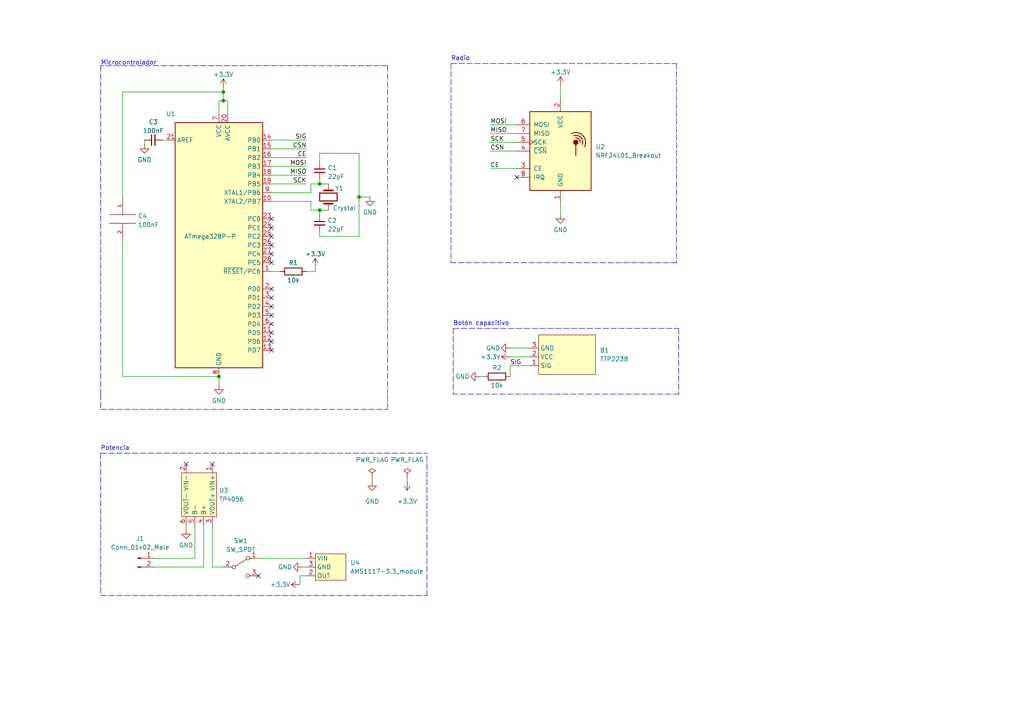
<source format=kicad_sch>
(kicad_sch (version 20211123) (generator eeschema)
  (paper "A4")
  (lib_symbols
    (symbol "Connector:Conn_01x02_Male" (pin_names (offset 1.016) hide)
      (property "Reference" "J" (at 0 2.54 0))
      (property "Value" "Conn_01x02_Male" (at 0 -5.08 0))
      (symbol "Conn_01x02_Male_1_1"
        (polyline (pts (xy 1.27 -2.54) (xy 0.8636 -2.54)) (stroke (width 0.1524)))
        (polyline (pts (xy 1.27 0) (xy 0.8636 0)) (stroke (width 0.1524)))
        (rectangle (start 0.8636 -2.413) (end 0 -2.667) (stroke (width 0.1524)) (fill (type outline)))
        (rectangle (start 0.8636 0.127) (end 0 -0.127) (stroke (width 0.1524)) (fill (type outline)))
        (pin passive line (at 5.08 0 180) (length 3.81) (name "Pin_1") (number "1"))
        (pin passive line (at 5.08 -2.54 180) (length 3.81) (name "Pin_2") (number "2"))
      )
    )
    (symbol "Device:C_Small" (pin_numbers hide) (pin_names (offset 0.254) hide)
      (property "Reference" "C" (at 0.254 1.778 0))
      (property "Value" "C_Small" (at 0.254 -2.032 0))
      (symbol "C_Small_0_1"
        (polyline (pts (xy -1.524 -0.508) (xy 1.524 -0.508)) (stroke (width 0.3302)))
        (polyline (pts (xy -1.524 0.508) (xy 1.524 0.508)) (stroke (width 0.3048)))
      )
      (symbol "C_Small_1_1"
        (pin passive line (at 0 2.54 270) (length 2.032) (name "~") (number "1"))
        (pin passive line (at 0 -2.54 90) (length 2.032) (name "~") (number "2"))
      )
    )
    (symbol "Device:Crystal" (pin_numbers hide) (pin_names (offset 1.016) hide)
      (property "Reference" "Y" (at 0 3.81 0))
      (property "Value" "Crystal" (at 0 -3.81 0))
      (symbol "Crystal_0_1"
        (rectangle (start -1.143 2.54) (end 1.143 -2.54) (stroke (width 0.3048)))
        (polyline (pts (xy -2.54 0) (xy -1.905 0)))
        (polyline (pts (xy -1.905 -1.27) (xy -1.905 1.27)) (stroke (width 0.508)))
        (polyline (pts (xy 1.905 -1.27) (xy 1.905 1.27)) (stroke (width 0.508)))
        (polyline (pts (xy 2.54 0) (xy 1.905 0)))
      )
      (symbol "Crystal_1_1"
        (pin passive line (at -3.81 0 0) (length 1.27) (name "1") (number "1"))
        (pin passive line (at 3.81 0 180) (length 1.27) (name "2") (number "2"))
      )
    )
    (symbol "Device:R" (pin_numbers hide) (pin_names (offset 0))
      (property "Reference" "R" (at 2.032 0 90))
      (property "Value" "R" (at 0 0 90))
      (symbol "R_0_1"
        (rectangle (start -1.016 -2.54) (end 1.016 2.54) (stroke (width 0.254)))
      )
      (symbol "R_1_1"
        (pin passive line (at 0 3.81 270) (length 1.27) (name "~") (number "1"))
        (pin passive line (at 0 -3.81 90) (length 1.27) (name "~") (number "2"))
      )
    )
    (symbol "Libreria_Marcador:AMS1117-3.3_module"
      (property "Reference" "U" (at 0 5.08 0))
      (property "Value" "AMS1117-3.3_module" (at 0 -6.35 0))
      (symbol "AMS1117-3.3_module_0_1"
        (rectangle (start -3.81 3.81) (end 5.08 -3.81) (fill (type background)))
      )
      (symbol "AMS1117-3.3_module_1_1"
        (pin input line (at -6.35 2.54 0) (length 2.54) (name "VIN") (number "1"))
        (pin bidirectional line (at -6.35 -2.54 0) (length 2.54) (name "OUT") (number "2"))
        (pin input line (at -6.35 0 0) (length 2.54) (name "GND") (number "3"))
      )
    )
    (symbol "Libreria_Marcador:TP4056"
      (property "Reference" "U" (at 0 6.35 0))
      (property "Value" "TP4056" (at 0 -6.35 0))
      (symbol "TP4056_0_1"
        (rectangle (start -6.35 5.08) (end 6.35 -5.08) (fill (type background)))
      )
      (symbol "TP4056_1_1"
        (pin input line (at -8.89 3.81 0) (length 2.54) (name "VIN+") (number "1"))
        (pin input line (at -8.89 -3.81 0) (length 2.54) (name "VIN-") (number "2"))
        (pin output line (at 8.89 3.81 180) (length 2.54) (name "VOUT+") (number "3"))
        (pin input line (at 8.89 1.27 180) (length 2.54) (name "B+") (number "4"))
        (pin input line (at 8.89 -1.27 180) (length 2.54) (name "B-") (number "5"))
        (pin bidirectional line (at 8.89 -3.81 180) (length 2.54) (name "VOUT-") (number "6"))
      )
    )
    (symbol "Libreria_Marcador:TTP223B"
      (property "Reference" "B" (at 0 7.62 0))
      (property "Value" "TTP223B" (at 0 -6.35 0))
      (symbol "TTP223B_0_1"
        (rectangle (start -7.62 6.35) (end 8.89 -5.08) (fill (type background)))
      )
      (symbol "TTP223B_1_1"
        (pin output line (at -10.16 -2.54 0) (length 2.54) (name "SIG") (number "1"))
        (pin input line (at -10.16 0 0) (length 2.54) (name "VCC") (number "2"))
        (pin input line (at -10.16 2.54 0) (length 2.54) (name "GND") (number "3"))
      )
    )
    (symbol "MCU_Microchip_ATmega:ATmega328P-P"
      (property "Reference" "U" (at -12.7 36.83 0))
      (property "Value" "ATmega328P-P" (at 2.54 -36.83 0))
      (symbol "ATmega328P-P_0_1"
        (rectangle (start -12.7 -35.56) (end 12.7 35.56) (stroke (width 0.254)) (fill (type background)))
      )
      (symbol "ATmega328P-P_1_1"
        (pin bidirectional line (at 15.24 -7.62 180) (length 2.54) (name "~{RESET}/PC6") (number "1"))
        (pin bidirectional line (at 15.24 12.7 180) (length 2.54) (name "XTAL2/PB7") (number "10"))
        (pin bidirectional line (at 15.24 -25.4 180) (length 2.54) (name "PD5") (number "11"))
        (pin bidirectional line (at 15.24 -27.94 180) (length 2.54) (name "PD6") (number "12"))
        (pin bidirectional line (at 15.24 -30.48 180) (length 2.54) (name "PD7") (number "13"))
        (pin bidirectional line (at 15.24 30.48 180) (length 2.54) (name "PB0") (number "14"))
        (pin bidirectional line (at 15.24 27.94 180) (length 2.54) (name "PB1") (number "15"))
        (pin bidirectional line (at 15.24 25.4 180) (length 2.54) (name "PB2") (number "16"))
        (pin bidirectional line (at 15.24 22.86 180) (length 2.54) (name "PB3") (number "17"))
        (pin bidirectional line (at 15.24 20.32 180) (length 2.54) (name "PB4") (number "18"))
        (pin bidirectional line (at 15.24 17.78 180) (length 2.54) (name "PB5") (number "19"))
        (pin bidirectional line (at 15.24 -12.7 180) (length 2.54) (name "PD0") (number "2"))
        (pin power_in line (at 2.54 38.1 270) (length 2.54) (name "AVCC") (number "20"))
        (pin passive line (at -15.24 30.48 0) (length 2.54) (name "AREF") (number "21"))
        (pin passive line (at 0 -38.1 90) (length 2.54) hide (name "GND") (number "22"))
        (pin bidirectional line (at 15.24 7.62 180) (length 2.54) (name "PC0") (number "23"))
        (pin bidirectional line (at 15.24 5.08 180) (length 2.54) (name "PC1") (number "24"))
        (pin bidirectional line (at 15.24 2.54 180) (length 2.54) (name "PC2") (number "25"))
        (pin bidirectional line (at 15.24 0 180) (length 2.54) (name "PC3") (number "26"))
        (pin bidirectional line (at 15.24 -2.54 180) (length 2.54) (name "PC4") (number "27"))
        (pin bidirectional line (at 15.24 -5.08 180) (length 2.54) (name "PC5") (number "28"))
        (pin bidirectional line (at 15.24 -15.24 180) (length 2.54) (name "PD1") (number "3"))
        (pin bidirectional line (at 15.24 -17.78 180) (length 2.54) (name "PD2") (number "4"))
        (pin bidirectional line (at 15.24 -20.32 180) (length 2.54) (name "PD3") (number "5"))
        (pin bidirectional line (at 15.24 -22.86 180) (length 2.54) (name "PD4") (number "6"))
        (pin power_in line (at 0 38.1 270) (length 2.54) (name "VCC") (number "7"))
        (pin power_in line (at 0 -38.1 90) (length 2.54) (name "GND") (number "8"))
        (pin bidirectional line (at 15.24 15.24 180) (length 2.54) (name "XTAL1/PB6") (number "9"))
      )
    )
    (symbol "RF:NRF24L01_Breakout" (pin_names (offset 1.016))
      (property "Reference" "U" (at -8.89 12.7 0))
      (property "Value" "NRF24L01_Breakout" (at 3.81 12.7 0))
      (symbol "NRF24L01_Breakout_0_1"
        (rectangle (start -8.89 11.43) (end 8.89 -11.43) (stroke (width 0.254)) (fill (type background)))
        (polyline (pts (xy 4.445 1.905) (xy 4.445 -1.27)) (stroke (width 0.254)))
        (circle (center 4.445 2.54) (radius 0.635) (stroke (width 0.254)) (fill (type outline)))
        (arc (start 5.715 2.54) (mid 5.3521 3.4546) (end 4.445 3.81) (stroke (width 0.254)))
        (arc (start 6.35 1.905) (mid 5.8763 3.9854) (end 3.81 4.445) (stroke (width 0.254)))
        (arc (start 6.985 1.27) (mid 6.453 4.548) (end 3.175 5.08) (stroke (width 0.254)))
      )
      (symbol "NRF24L01_Breakout_1_1"
        (pin power_in line (at 0 -15.24 90) (length 3.81) (name "GND") (number "1"))
        (pin power_in line (at 0 15.24 270) (length 3.81) (name "VCC") (number "2"))
        (pin input line (at -12.7 -5.08 0) (length 3.81) (name "CE") (number "3"))
        (pin input line (at -12.7 0 0) (length 3.81) (name "~{CSN}") (number "4"))
        (pin input clock (at -12.7 2.54 0) (length 3.81) (name "SCK") (number "5"))
        (pin input line (at -12.7 7.62 0) (length 3.81) (name "MOSI") (number "6"))
        (pin output line (at -12.7 5.08 0) (length 3.81) (name "MISO") (number "7"))
        (pin output line (at -12.7 -7.62 0) (length 3.81) (name "IRQ") (number "8"))
      )
    )
    (symbol "Switch:SW_SPDT" (pin_names (offset 0) hide)
      (property "Reference" "SW" (at 0 4.318 0))
      (property "Value" "SW_SPDT" (at 0 -5.08 0))
      (symbol "SW_SPDT_0_0"
        (circle (center -2.032 0) (radius 0.508))
        (circle (center 2.032 -2.54) (radius 0.508))
      )
      (symbol "SW_SPDT_0_1"
        (polyline (pts (xy -1.524 0.254) (xy 1.651 2.286)))
        (circle (center 2.032 2.54) (radius 0.508))
      )
      (symbol "SW_SPDT_1_1"
        (pin passive line (at 5.08 2.54 180) (length 2.54) (name "A") (number "1"))
        (pin passive line (at -5.08 0 0) (length 2.54) (name "B") (number "2"))
        (pin passive line (at 5.08 -2.54 180) (length 2.54) (name "C") (number "3"))
      )
    )
    (symbol "power:+3.3V" (power) (pin_names (offset 0))
      (property "Value" "+3.3V" (at 0 3.556 0))
      (symbol "+3.3V_0_1"
        (polyline (pts (xy -0.762 1.27) (xy 0 2.54)))
        (polyline (pts (xy 0 0) (xy 0 2.54)))
        (polyline (pts (xy 0 2.54) (xy 0.762 1.27)))
      )
      (symbol "+3.3V_1_1"
        (pin power_in line (at 0 0 90) (length 0) hide (name "+3.3V") (number "1"))
      )
    )
    (symbol "power:GND" (power) (pin_names (offset 0))
      (property "Value" "GND" (at 0 -3.81 0))
      (symbol "GND_0_1"
        (polyline (pts (xy 0 0) (xy 0 -1.27) (xy 1.27 -1.27) (xy 0 -2.54) (xy -1.27 -1.27) (xy 0 -1.27)))
      )
      (symbol "GND_1_1"
        (pin power_in line (at 0 0 270) (length 0) hide (name "GND") (number "1"))
      )
    )
    (symbol "power:PWR_FLAG" (power) (pin_numbers hide) (pin_names (offset 0) hide)
      (property "Value" "PWR_FLAG" (at 0 3.81 0))
      (symbol "PWR_FLAG_0_0"
        (pin power_out line (at 0 0 90) (length 0) (name "pwr") (number "1"))
      )
      (symbol "PWR_FLAG_0_1"
        (polyline (pts (xy 0 0) (xy 0 1.27) (xy -1.016 1.905) (xy 0 2.54) (xy 1.016 1.905) (xy 0 1.27)))
      )
    )
    (symbol "pspice:C" (pin_names (offset 0.254))
      (property "Reference" "C" (at 2.54 3.81 90))
      (property "Value" "C" (at 2.54 -3.81 90))
      (symbol "C_0_1"
        (polyline (pts (xy -3.81 -1.27) (xy 3.81 -1.27)))
        (polyline (pts (xy -3.81 1.27) (xy 3.81 1.27)))
      )
      (symbol "C_1_1"
        (pin passive line (at 0 6.35 270) (length 5.08) (name "~") (number "1"))
        (pin passive line (at 0 -6.35 90) (length 5.08) (name "~") (number "2"))
      )
    )
  )
  (junction (at 92.71 53.34))
  (junction (at 92.71 60.96))
  (junction (at 64.77 26.67))
  (junction (at 64.77 29.21))
  (junction (at 104.14 57.15))
  (junction (at 63.5 109.22))
  (no_connect (at 78.74 63.5))
  (no_connect (at 78.74 66.04))
  (no_connect (at 78.74 99.06))
  (no_connect (at 78.74 96.52))
  (no_connect (at 61.595 134.62))
  (no_connect (at 53.975 134.62))
  (no_connect (at 78.74 73.66))
  (no_connect (at 78.74 76.2))
  (no_connect (at 78.74 93.98))
  (no_connect (at 149.86 51.435))
  (no_connect (at 78.74 71.12))
  (no_connect (at 78.74 83.82))
  (no_connect (at 78.74 86.36))
  (no_connect (at 74.93 167.005))
  (no_connect (at 78.74 101.6))
  (no_connect (at 78.74 88.9))
  (no_connect (at 78.74 91.44))
  (no_connect (at 78.74 68.58))
  (wire (pts (xy 64.77 29.21) (xy 66.04 29.21)))
  (polyline (pts (xy 196.215 76.2) (xy 130.81 76.2)))
  (polyline (pts (xy 123.825 172.72) (xy 123.825 131.445)))
  (wire (pts (xy 74.93 161.925) (xy 88.9 161.925)))
  (wire (pts (xy 142.24 41.275) (xy 149.86 41.275)))
  (polyline (pts (xy 112.395 118.745) (xy 112.395 114.3)))
  (wire (pts (xy 78.74 50.8) (xy 88.9 50.8)))
  (polyline (pts (xy 196.85 114.3) (xy 131.445 114.3)))
  (polyline (pts (xy 29.21 172.72) (xy 123.825 172.72)))
  (wire (pts (xy 45.085 164.465) (xy 59.055 164.465)))
  (wire (pts (xy 63.5 109.22) (xy 35.56 109.22)))
  (wire (pts (xy 92.71 52.07) (xy 92.71 53.34)))
  (wire (pts (xy 104.14 57.15) (xy 107.315 57.15)))
  (wire (pts (xy 147.955 106.045) (xy 147.955 109.22)))
  (polyline (pts (xy 196.85 95.25) (xy 196.85 114.3)))
  (polyline (pts (xy 196.215 18.415) (xy 196.215 76.2)))
  (wire (pts (xy 142.24 36.195) (xy 149.86 36.195)))
  (polyline (pts (xy 130.81 18.415) (xy 196.215 18.415)))
  (wire (pts (xy 35.56 57.15) (xy 35.56 26.67)))
  (wire (pts (xy 162.56 59.055) (xy 162.56 62.23)))
  (polyline (pts (xy 112.395 19.05) (xy 112.395 114.3)))
  (wire (pts (xy 78.74 58.42) (xy 90.17 58.42)))
  (wire (pts (xy 92.71 60.96) (xy 95.25 60.96)))
  (wire (pts (xy 92.71 53.34) (xy 95.25 53.34)))
  (wire (pts (xy 92.71 46.99) (xy 92.71 44.45)))
  (wire (pts (xy 139.065 109.22) (xy 140.335 109.22)))
  (polyline (pts (xy 130.81 18.415) (xy 130.81 76.2)))
  (wire (pts (xy 53.975 152.4) (xy 53.975 153.67)))
  (wire (pts (xy 90.17 58.42) (xy 90.17 60.96)))
  (wire (pts (xy 64.77 164.465) (xy 61.595 164.465)))
  (wire (pts (xy 147.955 100.965) (xy 153.67 100.965)))
  (polyline (pts (xy 112.395 19.05) (xy 29.21 19.05)))
  (polyline (pts (xy 29.21 131.445) (xy 29.21 172.72)))
  (wire (pts (xy 46.99 40.64) (xy 48.26 40.64)))
  (polyline (pts (xy 29.21 118.745) (xy 112.395 118.745)))
  (wire (pts (xy 66.04 29.21) (xy 66.04 33.02)))
  (wire (pts (xy 90.17 55.88) (xy 90.17 53.34)))
  (wire (pts (xy 92.71 60.96) (xy 92.71 62.23)))
  (polyline (pts (xy 29.21 19.05) (xy 29.21 114.3)))
  (wire (pts (xy 78.74 45.72) (xy 88.9 45.72)))
  (wire (pts (xy 78.74 55.88) (xy 90.17 55.88)))
  (polyline (pts (xy 131.445 95.25) (xy 196.85 95.25)))
  (wire (pts (xy 41.91 40.64) (xy 41.91 41.91)))
  (wire (pts (xy 78.74 53.34) (xy 88.9 53.34)))
  (wire (pts (xy 87.63 164.465) (xy 88.9 164.465)))
  (wire (pts (xy 64.77 26.67) (xy 64.77 29.21)))
  (wire (pts (xy 86.995 167.005) (xy 86.995 169.545)))
  (wire (pts (xy 35.56 26.67) (xy 64.77 26.67)))
  (wire (pts (xy 88.9 167.005) (xy 86.995 167.005)))
  (wire (pts (xy 78.74 78.74) (xy 81.28 78.74)))
  (wire (pts (xy 92.71 44.45) (xy 104.14 44.45)))
  (wire (pts (xy 142.24 48.895) (xy 149.86 48.895)))
  (wire (pts (xy 91.44 78.74) (xy 91.44 77.47)))
  (wire (pts (xy 78.74 40.64) (xy 88.9 40.64)))
  (polyline (pts (xy 29.21 131.445) (xy 123.825 131.445)))
  (wire (pts (xy 78.74 43.18) (xy 88.9 43.18)))
  (wire (pts (xy 104.14 44.45) (xy 104.14 57.15)))
  (wire (pts (xy 142.24 38.735) (xy 149.86 38.735)))
  (wire (pts (xy 63.5 109.22) (xy 63.5 111.76)))
  (wire (pts (xy 90.17 60.96) (xy 92.71 60.96)))
  (wire (pts (xy 64.77 25.4) (xy 64.77 26.67)))
  (wire (pts (xy 63.5 29.21) (xy 63.5 33.02)))
  (wire (pts (xy 64.77 29.21) (xy 63.5 29.21)))
  (wire (pts (xy 147.955 103.505) (xy 153.67 103.505)))
  (wire (pts (xy 35.56 109.22) (xy 35.56 69.85)))
  (wire (pts (xy 92.71 67.31) (xy 92.71 68.58)))
  (wire (pts (xy 59.055 164.465) (xy 59.055 152.4)))
  (polyline (pts (xy 29.21 114.3) (xy 29.21 118.745)))
  (wire (pts (xy 104.14 68.58) (xy 104.14 57.15)))
  (wire (pts (xy 61.595 164.465) (xy 61.595 152.4)))
  (wire (pts (xy 78.74 48.26) (xy 88.9 48.26)))
  (wire (pts (xy 92.71 68.58) (xy 104.14 68.58)))
  (wire (pts (xy 90.17 53.34) (xy 92.71 53.34)))
  (wire (pts (xy 56.515 161.925) (xy 56.515 152.4)))
  (wire (pts (xy 162.56 24.765) (xy 162.56 28.575)))
  (polyline (pts (xy 131.445 95.25) (xy 131.445 114.3)))
  (wire (pts (xy 88.9 78.74) (xy 91.44 78.74)))
  (wire (pts (xy 45.085 161.925) (xy 56.515 161.925)))
  (wire (pts (xy 118.11 138.43) (xy 118.11 139.7)))
  (wire (pts (xy 107.95 138.43) (xy 107.95 139.7)))
  (wire (pts (xy 147.955 106.045) (xy 153.67 106.045)))
  (wire (pts (xy 142.24 43.815) (xy 149.86 43.815)))
  (text "Radio" (at 130.81 17.78 0) (effects (font (size 1.27 1.27)) (justify left bottom)))
  (text "Botón capacitivo" (at 131.445 94.615 0) (effects (font (size 1.27 1.27)) (justify left bottom)))
  (text "Microcontrolador" (at 29.21 19.05 0) (effects (font (size 1.27 1.27)) (justify left bottom)))
  (text "Potencia" (at 29.21 130.81 0) (effects (font (size 1.27 1.27)) (justify left bottom)))
  (label "SCK" (at 142.24 41.275 0))
  (label "SIG" (at 88.9 40.64 180))
  (label "SIG" (at 147.955 106.045 0))
  (label "CSN" (at 88.9 43.18 180))
  (label "MISO" (at 142.24 38.735 0))
  (label "SCK" (at 88.9 53.34 180))
  (label "CSN" (at 142.24 43.815 0))
  (label "MOSI" (at 88.9 48.26 180))
  (label "CE" (at 142.24 48.895 0))
  (label "CE" (at 88.9 45.72 180))
  (label "MISO" (at 88.9 50.8 180))
  (label "MOSI" (at 142.24 36.195 0))
  (symbol (lib_id "power:GND") (at 107.95 139.7 0) (unit 1)
    (property "Reference" "#PWR0115" (effects hide))
    (property "Value" "GND" (at 107.95 145.415 0))
  )
  (symbol (lib_id "power:GND") (at 63.5 111.76 0) (unit 1)
    (property "Reference" "#PWR0113" (effects hide))
    (property "Value" "GND" (at 63.5 116.2034 0))
  )
  (symbol (lib_id "Device:C_Small") (at 92.71 64.77 0) (unit 1)
    (property "Reference" "C2" (at 95.0341 63.9416 0) (effects (justify left)))
    (property "Value" "22pF" (at 95.0341 66.4785 0) (effects (justify left)))
    (property "Footprint" "Capacitor_SMD:C_1206_3216Metric_Pad1.33x1.80mm_HandSolder" (effects hide))
  )
  (symbol (lib_id "MCU_Microchip_ATmega:ATmega328P-P") (at 63.5 71.12 0) (unit 1)
    (property "Reference" "U1" (at 49.53 33.02 0))
    (property "Value" "ATmega328P-P" (at 60.96 68.58 0))
    (property "Footprint" "Package_DIP:DIP-28_W7.62mm" (effects hide))
    (property "Datasheet" "http://ww1.microchip.com/downloads/en/DeviceDoc/ATmega328_P%20AVR%20MCU%20with%20picoPower%20Technology%20Data%20Sheet%2040001984A.pdf" (effects hide))
  )
  (symbol (lib_id "power:GND") (at 147.955 100.965 270) (unit 1)
    (property "Reference" "#PWR0105" (effects hide))
    (property "Value" "GND" (at 140.97 100.965 90) (effects (justify left)))
  )
  (symbol (lib_id "power:PWR_FLAG") (at 107.95 138.43 0) (unit 1)
    (property "Reference" "#FLG0101" (effects hide))
    (property "Value" "PWR_FLAG" (at 107.95 133.35 0))
  )
  (symbol (lib_id "Connector:Conn_01x02_Male") (at 40.005 161.925 0) (unit 1)
    (property "Reference" "J1" (at 40.64 156.21 0))
    (property "Value" "Conn_01x02_Male" (at 40.64 158.75 0))
    (property "Footprint" "Connector_PinHeader_2.54mm:PinHeader_1x02_P2.54mm_Horizontal" (effects hide))
  )
  (symbol (lib_id "Switch:SW_SPDT") (at 69.85 164.465 0) (unit 1)
    (property "Reference" "SW1" (at 69.85 156.845 0))
    (property "Value" "SW_SPDT" (at 69.85 159.385 0))
    (property "Footprint" "Connector_PinHeader_2.54mm:PinHeader_1x03_P2.54mm_Vertical" (effects hide))
  )
  (symbol (lib_id "Device:R") (at 85.09 78.74 90) (unit 1)
    (property "Reference" "R1" (at 85.09 76.2 90))
    (property "Value" "10k" (at 85.09 81.28 90))
    (property "Footprint" "Resistor_THT:R_Axial_DIN0207_L6.3mm_D2.5mm_P7.62mm_Horizontal" (effects hide))
  )
  (symbol (lib_id "power:+3.3V") (at 162.56 24.765 0) (unit 1)
    (property "Reference" "#PWR0102" (effects hide))
    (property "Value" "+3.3V" (at 162.56 20.955 0))
  )
  (symbol (lib_id "power:+3.3V") (at 147.955 103.505 90) (unit 1)
    (property "Reference" "#PWR0104" (effects hide))
    (property "Value" "+3.3V" (at 142.24 103.505 90))
  )
  (symbol (lib_id "Libreria_Marcador:TP4056") (at 57.785 143.51 270) (unit 1)
    (property "Reference" "U3" (at 63.5 142.2399 90) (effects (justify left)))
    (property "Value" "TP4056" (at 63.5 144.7799 90) (effects (justify left)))
  )
  (symbol (lib_id "Device:Crystal") (at 95.25 57.15 90) (unit 1)
    (property "Reference" "Y1" (at 97.155 54.61 90) (effects (justify right)))
    (property "Value" "Crystal" (at 96.52 60.325 90) (effects (justify right)))
    (property "Footprint" "Crystal:Resonator-2Pin_W8.0mm_H3.5mm" (effects hide))
  )
  (symbol (lib_id "power:GND") (at 107.315 57.15 0) (unit 1)
    (property "Reference" "#PWR0106" (effects hide))
    (property "Value" "GND" (at 107.315 61.5934 0))
  )
  (symbol (lib_id "RF:NRF24L01_Breakout") (at 162.56 43.815 0) (unit 1)
    (property "Reference" "U2" (at 172.72 42.5449 0) (effects (justify left)))
    (property "Value" "NRF24L01_Breakout" (at 172.72 45.0849 0) (effects (justify left)))
    (property "Footprint" "RF_Module:nRF24L01_Breakout" (effects hide))
    (property "Datasheet" "http://www.nordicsemi.com/eng/content/download/2730/34105/file/nRF24L01_Product_Specification_v2_0.pdf" (effects hide))
  )
  (symbol (lib_id "power:GND") (at 53.975 153.67 0) (unit 1)
    (property "Reference" "#PWR0110" (effects hide))
    (property "Value" "GND" (at 53.975 158.1134 0))
  )
  (symbol (lib_id "power:+3.3V") (at 86.995 169.545 90) (unit 1)
    (property "Reference" "#PWR0112" (effects hide))
    (property "Value" "+3.3V" (at 81.28 169.545 90))
  )
  (symbol (lib_id "power:+3.3V") (at 64.77 25.4 0) (unit 1)
    (property "Reference" "#PWR0108" (effects hide))
    (property "Value" "+3.3V" (at 64.77 21.59 0))
  )
  (symbol (lib_id "power:+3.3V") (at 118.11 139.7 180) (unit 1)
    (property "Reference" "#PWR0114" (effects hide))
    (property "Value" "+3.3V" (at 118.11 145.415 0))
  )
  (symbol (lib_id "power:GND") (at 87.63 164.465 270) (unit 1)
    (property "Reference" "#PWR0111" (effects hide))
    (property "Value" "GND" (at 80.645 164.465 90) (effects (justify left)))
  )
  (symbol (lib_id "power:GND") (at 162.56 62.23 0) (unit 1)
    (property "Reference" "#PWR0101" (effects hide))
    (property "Value" "GND" (at 162.56 66.6734 0))
  )
  (symbol (lib_id "Device:C_Small") (at 44.45 40.64 90) (unit 1)
    (property "Reference" "C3" (at 44.4563 35.3781 90))
    (property "Value" "100nF" (at 44.4563 37.915 90))
    (property "Footprint" "Capacitor_THT:C_Disc_D3.8mm_W2.6mm_P2.50mm" (effects hide))
  )
  (symbol (lib_id "power:GND") (at 41.91 41.91 0) (unit 1)
    (property "Reference" "#PWR0109" (effects hide))
    (property "Value" "GND" (at 41.91 46.3534 0))
  )
  (symbol (lib_id "Device:R") (at 144.145 109.22 90) (unit 1)
    (property "Reference" "R2" (at 144.145 106.68 90))
    (property "Value" "10k" (at 144.145 111.76 90))
    (property "Footprint" "Resistor_THT:R_Axial_DIN0207_L6.3mm_D2.5mm_P7.62mm_Horizontal" (effects hide))
  )
  (symbol (lib_id "Device:C_Small") (at 92.71 49.53 0) (unit 1)
    (property "Reference" "C1" (at 95.0341 48.7016 0) (effects (justify left)))
    (property "Value" "22pF" (at 95.0341 51.2385 0) (effects (justify left)))
    (property "Footprint" "Capacitor_SMD:C_1206_3216Metric_Pad1.33x1.80mm_HandSolder" (effects hide))
  )
  (symbol (lib_id "power:+3.3V") (at 91.44 77.47 0) (unit 1)
    (property "Reference" "#PWR0107" (effects hide))
    (property "Value" "+3.3V" (at 91.44 73.66 0))
  )
  (symbol (lib_id "Libreria_Marcador:AMS1117-3.3_module") (at 95.25 164.465 0) (unit 1)
    (property "Reference" "U4" (at 101.6 163.1949 0) (effects (justify left)))
    (property "Value" "AMS1117-3.3_module" (at 101.6 165.7349 0) (effects (justify left)))
  )
  (symbol (lib_id "pspice:C") (at 35.56 63.5 0) (unit 1)
    (property "Reference" "C4" (at 40.005 62.6653 0) (effects (justify left)))
    (property "Value" "100nF" (at 40.005 65.2022 0) (effects (justify left)))
    (property "Footprint" "Capacitor_THT:C_Disc_D3.8mm_W2.6mm_P2.50mm" (effects hide))
  )
  (symbol (lib_id "power:GND") (at 139.065 109.22 270) (unit 1)
    (property "Reference" "#PWR0103" (effects hide))
    (property "Value" "GND" (at 132.08 109.22 90) (effects (justify left)))
  )
  (symbol (lib_id "power:PWR_FLAG") (at 118.11 138.43 0) (unit 1)
    (property "Reference" "#FLG0102" (effects hide))
    (property "Value" "PWR_FLAG" (at 118.11 133.35 0))
  )
  (symbol (lib_id "Libreria_Marcador:TTP223B") (at 163.83 103.505 0) (unit 1)
    (property "Reference" "B1" (at 173.99 101.5999 0) (effects (justify left)))
    (property "Value" "TTP223B" (at 173.99 104.1399 0) (effects (justify left)))
  )
)
</source>
